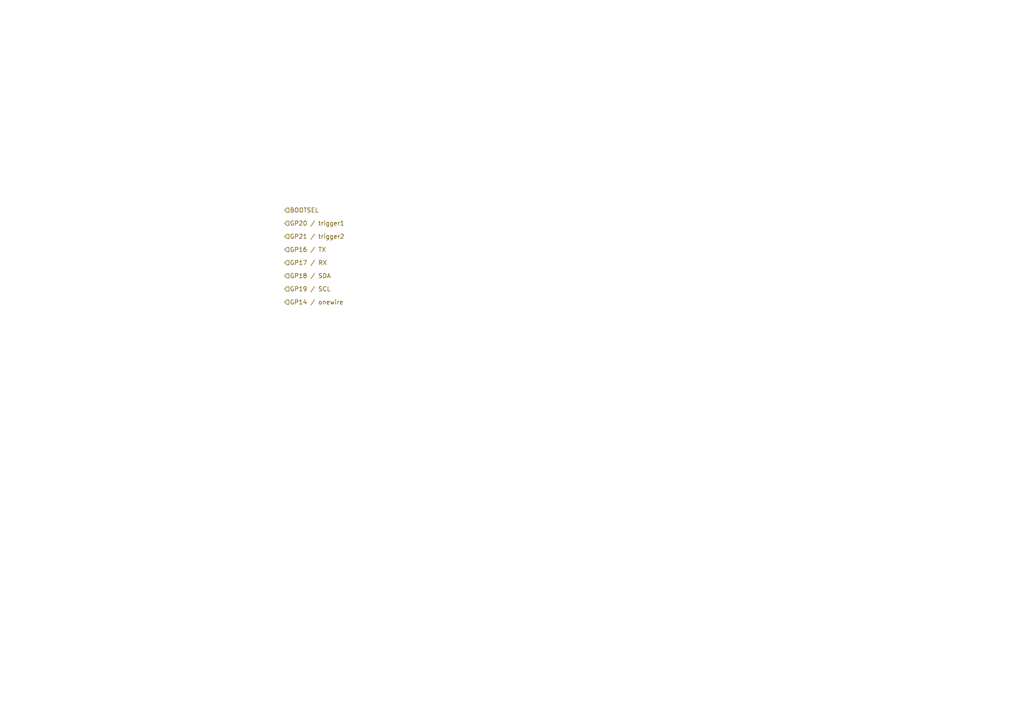
<source format=kicad_sch>
(kicad_sch
	(version 20231120)
	(generator "eeschema")
	(generator_version "8.0")
	(uuid "db8a53cf-8ef2-4165-badc-ac5c3dcdfbad")
	(paper "A4")
	(title_block
		(date "2024-07-16")
		(company "Hans Märki, Märki Informatik")
		(comment 1 "The MIT License (MIT)")
	)
	(lib_symbols)
	(hierarchical_label "GP20 {slash} trigger1"
		(shape input)
		(at 82.55 64.77 0)
		(fields_autoplaced yes)
		(effects
			(font
				(size 1.27 1.27)
			)
			(justify left)
		)
		(uuid "376f06aa-459c-4b76-b7d5-c0d1aad2d41d")
	)
	(hierarchical_label "GP19 {slash} SCL"
		(shape input)
		(at 82.55 83.82 0)
		(fields_autoplaced yes)
		(effects
			(font
				(size 1.27 1.27)
			)
			(justify left)
		)
		(uuid "38b44045-9cf7-4540-a856-7795a52e1042")
	)
	(hierarchical_label "GP14 {slash} onewire"
		(shape input)
		(at 82.55 87.63 0)
		(fields_autoplaced yes)
		(effects
			(font
				(size 1.27 1.27)
			)
			(justify left)
		)
		(uuid "5b54f01c-d3ad-489b-b65b-e5a8e319f019")
	)
	(hierarchical_label "GP18 {slash} SDA"
		(shape input)
		(at 82.55 80.01 0)
		(fields_autoplaced yes)
		(effects
			(font
				(size 1.27 1.27)
			)
			(justify left)
		)
		(uuid "9d5ee2c7-4ae0-4d2a-bd14-9e2e542724e0")
	)
	(hierarchical_label "GP17 {slash} RX"
		(shape input)
		(at 82.55 76.2 0)
		(fields_autoplaced yes)
		(effects
			(font
				(size 1.27 1.27)
			)
			(justify left)
		)
		(uuid "9da07429-e842-44c7-959f-0f9c56ebf76d")
	)
	(hierarchical_label "BOOTSEL"
		(shape input)
		(at 82.55 60.96 0)
		(fields_autoplaced yes)
		(effects
			(font
				(size 1.27 1.27)
			)
			(justify left)
		)
		(uuid "b3b4b5cf-022a-4c23-acd9-10947a887f7f")
	)
	(hierarchical_label "GP21 {slash} trigger2"
		(shape input)
		(at 82.55 68.58 0)
		(fields_autoplaced yes)
		(effects
			(font
				(size 1.27 1.27)
			)
			(justify left)
		)
		(uuid "b47cb48e-ebe0-4a5d-b539-2e8214688fdd")
	)
	(hierarchical_label "GP16 {slash} TX"
		(shape input)
		(at 82.55 72.39 0)
		(fields_autoplaced yes)
		(effects
			(font
				(size 1.27 1.27)
			)
			(justify left)
		)
		(uuid "db03bc4a-1063-4429-a97e-f328c3667bc3")
	)
)

</source>
